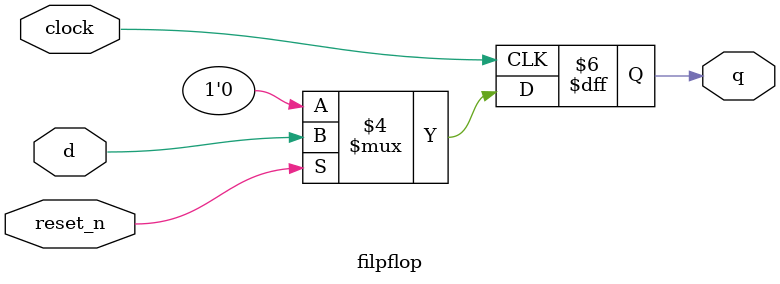
<source format=v>
module filpflop (clock,reset_n,q, d);
    input clock,reset_n, d;
	output q;

    reg q;
    always @(posedge clock) // Triggered every time clock rises
                            // Note that clock is not a keyword
    begin
           if (reset_n == 1'b0) // When reset_n is 0
                                // Note this is tested on every rising clock edge
               q <= 0 ;         // Set q to 0 .
                                // Note that the assignmen t use s <= instead of =
           else                 // When reset_n is not 0
               q <= d ;         // Store the value of d in q
    end
endmodule
</source>
